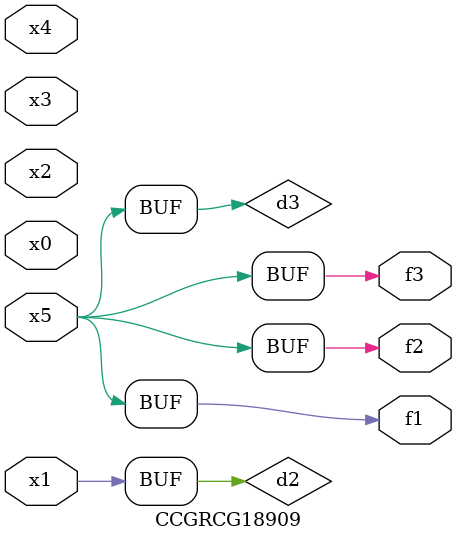
<source format=v>
module CCGRCG18909(
	input x0, x1, x2, x3, x4, x5,
	output f1, f2, f3
);

	wire d1, d2, d3;

	not (d1, x5);
	or (d2, x1);
	xnor (d3, d1);
	assign f1 = d3;
	assign f2 = d3;
	assign f3 = d3;
endmodule

</source>
